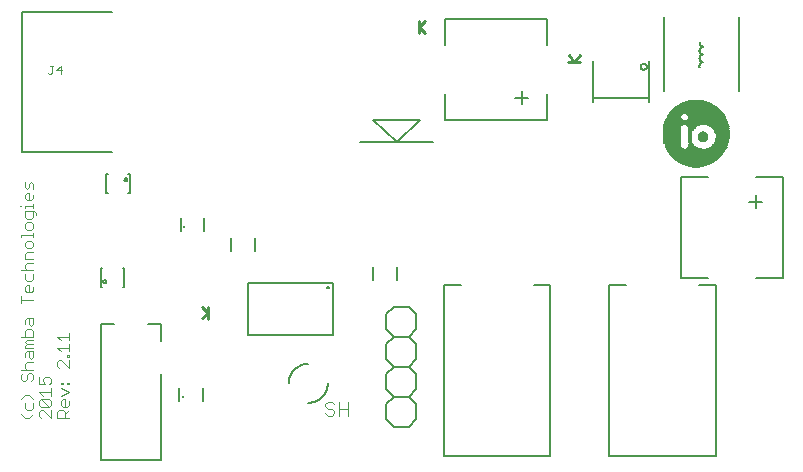
<source format=gto>
G75*
%MOIN*%
%OFA0B0*%
%FSLAX25Y25*%
%IPPOS*%
%LPD*%
%AMOC8*
5,1,8,0,0,1.08239X$1,22.5*
%
%ADD10C,0.00300*%
%ADD11R,0.02362X0.00118*%
%ADD12R,0.04016X0.00118*%
%ADD13R,0.05197X0.00118*%
%ADD14R,0.06142X0.00118*%
%ADD15R,0.06850X0.00118*%
%ADD16R,0.07559X0.00118*%
%ADD17R,0.08268X0.00118*%
%ADD18R,0.08740X0.00118*%
%ADD19R,0.09213X0.00118*%
%ADD20R,0.09685X0.00118*%
%ADD21R,0.10157X0.00118*%
%ADD22R,0.10630X0.00118*%
%ADD23R,0.11102X0.00118*%
%ADD24R,0.11575X0.00118*%
%ADD25R,0.12047X0.00118*%
%ADD26R,0.12283X0.00118*%
%ADD27R,0.12756X0.00118*%
%ADD28R,0.12992X0.00118*%
%ADD29R,0.13228X0.00118*%
%ADD30R,0.13701X0.00118*%
%ADD31R,0.13937X0.00118*%
%ADD32R,0.14173X0.00118*%
%ADD33R,0.14409X0.00118*%
%ADD34R,0.14882X0.00118*%
%ADD35R,0.15118X0.00118*%
%ADD36R,0.15354X0.00118*%
%ADD37R,0.15591X0.00118*%
%ADD38R,0.15827X0.00118*%
%ADD39R,0.16063X0.00118*%
%ADD40R,0.16299X0.00118*%
%ADD41R,0.16535X0.00118*%
%ADD42R,0.16772X0.00118*%
%ADD43R,0.17008X0.00118*%
%ADD44R,0.17244X0.00118*%
%ADD45R,0.17480X0.00118*%
%ADD46R,0.17717X0.00118*%
%ADD47R,0.17953X0.00118*%
%ADD48R,0.18189X0.00118*%
%ADD49R,0.18425X0.00118*%
%ADD50R,0.18661X0.00118*%
%ADD51R,0.18898X0.00118*%
%ADD52R,0.19134X0.00118*%
%ADD53R,0.19370X0.00118*%
%ADD54R,0.19606X0.00118*%
%ADD55R,0.19843X0.00118*%
%ADD56R,0.05669X0.00118*%
%ADD57R,0.05079X0.00118*%
%ADD58R,0.06732X0.00118*%
%ADD59R,0.05551X0.00118*%
%ADD60R,0.04370X0.00118*%
%ADD61R,0.06378X0.00118*%
%ADD62R,0.05433X0.00118*%
%ADD63R,0.03898X0.00118*%
%ADD64R,0.06024X0.00118*%
%ADD65R,0.03543X0.00118*%
%ADD66R,0.05906X0.00118*%
%ADD67R,0.05315X0.00118*%
%ADD68R,0.03189X0.00118*%
%ADD69R,0.02953X0.00118*%
%ADD70R,0.02717X0.00118*%
%ADD71R,0.02598X0.00118*%
%ADD72R,0.02244X0.00118*%
%ADD73R,0.02126X0.00118*%
%ADD74R,0.02008X0.00118*%
%ADD75R,0.01890X0.00118*%
%ADD76R,0.04961X0.00118*%
%ADD77R,0.01772X0.00118*%
%ADD78R,0.04843X0.00118*%
%ADD79R,0.01654X0.00118*%
%ADD80R,0.01535X0.00118*%
%ADD81R,0.05787X0.00118*%
%ADD82R,0.01417X0.00118*%
%ADD83R,0.01063X0.00118*%
%ADD84R,0.04724X0.00118*%
%ADD85R,0.01299X0.00118*%
%ADD86R,0.01181X0.00118*%
%ADD87R,0.02480X0.00118*%
%ADD88R,0.04606X0.00118*%
%ADD89R,0.03071X0.00118*%
%ADD90R,0.03307X0.00118*%
%ADD91R,0.03425X0.00118*%
%ADD92R,0.02835X0.00118*%
%ADD93R,0.00827X0.00118*%
%ADD94R,0.06260X0.00118*%
%ADD95R,0.06614X0.00118*%
%ADD96R,0.03661X0.00118*%
%ADD97R,0.04134X0.00118*%
%ADD98R,0.06969X0.00118*%
%ADD99R,0.06496X0.00118*%
%ADD100R,0.07323X0.00118*%
%ADD101R,0.12638X0.00118*%
%ADD102R,0.07913X0.00118*%
%ADD103R,0.21732X0.00118*%
%ADD104R,0.21496X0.00118*%
%ADD105R,0.21260X0.00118*%
%ADD106R,0.21024X0.00118*%
%ADD107R,0.20787X0.00118*%
%ADD108R,0.13583X0.00118*%
%ADD109R,0.13346X0.00118*%
%ADD110R,0.13110X0.00118*%
%ADD111R,0.12874X0.00118*%
%ADD112R,0.12520X0.00118*%
%ADD113R,0.12402X0.00118*%
%ADD114C,0.00600*%
%ADD115C,0.00500*%
%ADD116C,0.00800*%
%ADD117C,0.01181*%
%ADD118C,0.01000*%
%ADD119C,0.00400*%
D10*
X0006282Y0029933D02*
X0005048Y0031167D01*
X0006282Y0029933D02*
X0007516Y0029933D01*
X0008751Y0031167D01*
X0008134Y0032388D02*
X0008751Y0033005D01*
X0008751Y0034857D01*
X0008751Y0036071D02*
X0007516Y0037306D01*
X0006282Y0037306D01*
X0005048Y0036071D01*
X0006282Y0034857D02*
X0006282Y0033005D01*
X0006899Y0032388D01*
X0008134Y0032388D01*
X0011048Y0031784D02*
X0011048Y0030550D01*
X0011665Y0029933D01*
X0011048Y0031784D02*
X0011665Y0032402D01*
X0012282Y0032402D01*
X0014751Y0029933D01*
X0014751Y0032402D01*
X0014134Y0033616D02*
X0011665Y0036085D01*
X0014134Y0036085D01*
X0014751Y0035468D01*
X0014751Y0034233D01*
X0014134Y0033616D01*
X0011665Y0033616D01*
X0011048Y0034233D01*
X0011048Y0035468D01*
X0011665Y0036085D01*
X0012282Y0037299D02*
X0011048Y0038533D01*
X0014751Y0038533D01*
X0014751Y0037299D02*
X0014751Y0039768D01*
X0014134Y0040982D02*
X0014751Y0041599D01*
X0014751Y0042834D01*
X0014134Y0043451D01*
X0012899Y0043451D01*
X0012282Y0042834D01*
X0012282Y0042217D01*
X0012899Y0040982D01*
X0011048Y0040982D01*
X0011048Y0043451D01*
X0008751Y0044062D02*
X0008751Y0042827D01*
X0008134Y0042210D01*
X0006899Y0042827D02*
X0006899Y0044062D01*
X0007516Y0044679D01*
X0008134Y0044679D01*
X0008751Y0044062D01*
X0008751Y0045893D02*
X0005048Y0045893D01*
X0005665Y0044679D02*
X0005048Y0044062D01*
X0005048Y0042827D01*
X0005665Y0042210D01*
X0006282Y0042210D01*
X0006899Y0042827D01*
X0006899Y0045893D02*
X0006282Y0046510D01*
X0006282Y0047745D01*
X0006899Y0048362D01*
X0008751Y0048362D01*
X0008134Y0049576D02*
X0007516Y0050193D01*
X0007516Y0052045D01*
X0006899Y0052045D02*
X0008751Y0052045D01*
X0008751Y0050193D01*
X0008134Y0049576D01*
X0006282Y0050193D02*
X0006282Y0051428D01*
X0006899Y0052045D01*
X0006282Y0053259D02*
X0006282Y0053877D01*
X0006899Y0054494D01*
X0006282Y0055111D01*
X0006899Y0055728D01*
X0008751Y0055728D01*
X0008751Y0056943D02*
X0008751Y0058794D01*
X0008134Y0059411D01*
X0006899Y0059411D01*
X0006282Y0058794D01*
X0006282Y0056943D01*
X0005048Y0056943D02*
X0008751Y0056943D01*
X0008751Y0054494D02*
X0006899Y0054494D01*
X0006282Y0053259D02*
X0008751Y0053259D01*
X0017048Y0053266D02*
X0020751Y0053266D01*
X0020751Y0052032D02*
X0020751Y0054500D01*
X0020751Y0055715D02*
X0020751Y0058184D01*
X0020751Y0056949D02*
X0017048Y0056949D01*
X0018282Y0055715D01*
X0017048Y0053266D02*
X0018282Y0052032D01*
X0020134Y0050807D02*
X0020751Y0050807D01*
X0020751Y0050190D01*
X0020134Y0050190D01*
X0020134Y0050807D01*
X0020751Y0048976D02*
X0020751Y0046507D01*
X0018282Y0048976D01*
X0017665Y0048976D01*
X0017048Y0048359D01*
X0017048Y0047124D01*
X0017665Y0046507D01*
X0018282Y0041599D02*
X0018899Y0041599D01*
X0018899Y0040982D01*
X0018282Y0040982D01*
X0018282Y0041599D01*
X0018282Y0039768D02*
X0020751Y0038533D01*
X0018282Y0037299D01*
X0018899Y0036085D02*
X0019516Y0036085D01*
X0019516Y0033616D01*
X0018899Y0033616D02*
X0018282Y0034233D01*
X0018282Y0035468D01*
X0018899Y0036085D01*
X0020751Y0035468D02*
X0020751Y0034233D01*
X0020134Y0033616D01*
X0018899Y0033616D01*
X0018899Y0032402D02*
X0019516Y0031784D01*
X0019516Y0029933D01*
X0019516Y0031167D02*
X0020751Y0032402D01*
X0018899Y0032402D02*
X0017665Y0032402D01*
X0017048Y0031784D01*
X0017048Y0029933D01*
X0020751Y0029933D01*
X0020751Y0040982D02*
X0020134Y0040982D01*
X0020134Y0041599D01*
X0020751Y0041599D01*
X0020751Y0040982D01*
X0008134Y0060626D02*
X0007516Y0061243D01*
X0007516Y0063094D01*
X0006899Y0063094D02*
X0008751Y0063094D01*
X0008751Y0061243D01*
X0008134Y0060626D01*
X0006282Y0061243D02*
X0006282Y0062477D01*
X0006899Y0063094D01*
X0005048Y0067992D02*
X0005048Y0070461D01*
X0005048Y0069226D02*
X0008751Y0069226D01*
X0008134Y0071675D02*
X0006899Y0071675D01*
X0006282Y0072292D01*
X0006282Y0073527D01*
X0006899Y0074144D01*
X0007516Y0074144D01*
X0007516Y0071675D01*
X0008134Y0071675D02*
X0008751Y0072292D01*
X0008751Y0073527D01*
X0008134Y0075358D02*
X0008751Y0075975D01*
X0008751Y0077827D01*
X0008751Y0079041D02*
X0005048Y0079041D01*
X0006282Y0079659D02*
X0006282Y0080893D01*
X0006899Y0081510D01*
X0008751Y0081510D01*
X0008751Y0082725D02*
X0006282Y0082725D01*
X0006282Y0084576D01*
X0006899Y0085193D01*
X0008751Y0085193D01*
X0008134Y0086408D02*
X0008751Y0087025D01*
X0008751Y0088259D01*
X0008134Y0088876D01*
X0006899Y0088876D01*
X0006282Y0088259D01*
X0006282Y0087025D01*
X0006899Y0086408D01*
X0008134Y0086408D01*
X0008751Y0090091D02*
X0008751Y0091325D01*
X0008751Y0090708D02*
X0005048Y0090708D01*
X0005048Y0090091D01*
X0006899Y0092546D02*
X0008134Y0092546D01*
X0008751Y0093163D01*
X0008751Y0094398D01*
X0008134Y0095015D01*
X0006899Y0095015D01*
X0006282Y0094398D01*
X0006282Y0093163D01*
X0006899Y0092546D01*
X0006899Y0096229D02*
X0008134Y0096229D01*
X0008751Y0096847D01*
X0008751Y0098698D01*
X0009368Y0098698D02*
X0006282Y0098698D01*
X0006282Y0096847D01*
X0006899Y0096229D01*
X0009985Y0097464D02*
X0009985Y0098081D01*
X0009368Y0098698D01*
X0008751Y0099913D02*
X0008751Y0101147D01*
X0008751Y0100530D02*
X0006282Y0100530D01*
X0006282Y0099913D01*
X0005048Y0100530D02*
X0004430Y0100530D01*
X0006282Y0102985D02*
X0006282Y0104220D01*
X0006899Y0104837D01*
X0007516Y0104837D01*
X0007516Y0102368D01*
X0006899Y0102368D02*
X0006282Y0102985D01*
X0006899Y0102368D02*
X0008134Y0102368D01*
X0008751Y0102985D01*
X0008751Y0104220D01*
X0008751Y0106051D02*
X0008751Y0107903D01*
X0008134Y0108520D01*
X0007516Y0107903D01*
X0007516Y0106668D01*
X0006899Y0106051D01*
X0006282Y0106668D01*
X0006282Y0108520D01*
X0006282Y0079659D02*
X0006899Y0079041D01*
X0006282Y0077827D02*
X0006282Y0075975D01*
X0006899Y0075358D01*
X0008134Y0075358D01*
X0014251Y0144382D02*
X0014735Y0144382D01*
X0015219Y0144865D01*
X0015219Y0147284D01*
X0015702Y0147284D02*
X0014735Y0147284D01*
X0016714Y0145833D02*
X0018649Y0145833D01*
X0018165Y0147284D02*
X0016714Y0145833D01*
X0018165Y0144382D02*
X0018165Y0147284D01*
X0014251Y0144382D02*
X0013767Y0144865D01*
D11*
X0228440Y0126279D03*
X0228440Y0120255D03*
X0229976Y0113287D03*
X0229976Y0135610D03*
D12*
X0229976Y0135491D03*
X0229976Y0113405D03*
D13*
X0229976Y0113523D03*
X0237889Y0120491D03*
X0238598Y0125098D03*
X0238598Y0125216D03*
X0222535Y0129350D03*
X0229976Y0135373D03*
D14*
X0229976Y0135255D03*
X0222062Y0126869D03*
X0222062Y0126751D03*
X0221944Y0126397D03*
X0221944Y0126279D03*
X0221826Y0125570D03*
X0221826Y0125452D03*
X0221826Y0125334D03*
X0221826Y0125216D03*
X0221826Y0125098D03*
X0221826Y0124980D03*
X0221826Y0124862D03*
X0221826Y0124743D03*
X0221826Y0124625D03*
X0221826Y0124507D03*
X0221826Y0124389D03*
X0221826Y0124271D03*
X0221826Y0124153D03*
X0221826Y0124035D03*
X0221826Y0123917D03*
X0221826Y0123799D03*
X0221826Y0123680D03*
X0221826Y0123562D03*
X0221826Y0123444D03*
X0221826Y0123326D03*
X0229976Y0113641D03*
D15*
X0229976Y0113759D03*
X0237535Y0126988D03*
X0229976Y0135137D03*
D16*
X0229976Y0135019D03*
X0229976Y0113877D03*
D17*
X0229976Y0113995D03*
X0229976Y0134901D03*
D18*
X0229976Y0134783D03*
X0229976Y0114114D03*
D19*
X0229976Y0114232D03*
X0229976Y0134665D03*
D20*
X0229976Y0134547D03*
X0229976Y0114350D03*
D21*
X0229976Y0114468D03*
X0229976Y0134428D03*
D22*
X0229976Y0134310D03*
X0229976Y0114586D03*
D23*
X0229976Y0114704D03*
X0229976Y0134192D03*
D24*
X0229976Y0134074D03*
X0229976Y0114822D03*
D25*
X0229976Y0114940D03*
X0229976Y0133956D03*
D26*
X0229976Y0133838D03*
X0233165Y0130649D03*
X0233283Y0130531D03*
X0233401Y0130295D03*
X0229976Y0115058D03*
D27*
X0229976Y0115177D03*
X0233637Y0129468D03*
X0229976Y0133720D03*
D28*
X0229976Y0133602D03*
X0233637Y0129232D03*
X0229976Y0115295D03*
D29*
X0229976Y0115413D03*
X0229976Y0133484D03*
D30*
X0229976Y0133365D03*
X0229976Y0115531D03*
D31*
X0229976Y0115649D03*
X0233401Y0128759D03*
X0229976Y0133247D03*
D32*
X0229976Y0133129D03*
X0229976Y0115767D03*
D33*
X0229976Y0115885D03*
X0229976Y0133011D03*
D34*
X0229976Y0132893D03*
X0229976Y0116003D03*
D35*
X0229976Y0116121D03*
X0229976Y0132775D03*
D36*
X0229976Y0132657D03*
X0229976Y0116239D03*
D37*
X0229976Y0116358D03*
X0229976Y0132539D03*
D38*
X0229976Y0132421D03*
X0229976Y0116476D03*
D39*
X0229976Y0116594D03*
X0229976Y0132302D03*
D40*
X0229976Y0132184D03*
X0229976Y0116712D03*
D41*
X0229976Y0116830D03*
X0229976Y0132066D03*
D42*
X0229976Y0131948D03*
X0229976Y0116948D03*
D43*
X0229976Y0117066D03*
X0229976Y0117184D03*
X0229976Y0131712D03*
X0229976Y0131830D03*
D44*
X0229976Y0131594D03*
X0229976Y0117302D03*
D45*
X0229976Y0117421D03*
X0229976Y0131476D03*
D46*
X0229976Y0131358D03*
X0229976Y0117539D03*
D47*
X0229976Y0117657D03*
X0229976Y0117775D03*
X0229976Y0131121D03*
X0229976Y0131239D03*
D48*
X0229976Y0117893D03*
D49*
X0229976Y0118011D03*
D50*
X0229976Y0118129D03*
X0229976Y0118247D03*
D51*
X0229976Y0118365D03*
D52*
X0229976Y0118484D03*
X0229976Y0118602D03*
D53*
X0229976Y0118720D03*
X0229976Y0118838D03*
D54*
X0229976Y0118956D03*
X0229976Y0119074D03*
D55*
X0229976Y0119192D03*
D56*
X0237298Y0119783D03*
X0237417Y0119901D03*
X0238243Y0126043D03*
X0222535Y0128995D03*
X0222062Y0121318D03*
X0222062Y0121200D03*
X0222062Y0121082D03*
X0222889Y0119310D03*
D57*
X0229090Y0119310D03*
X0237948Y0120610D03*
X0238066Y0120728D03*
X0238657Y0124862D03*
X0238657Y0124980D03*
X0222476Y0129468D03*
D58*
X0236531Y0119310D03*
D59*
X0222712Y0119428D03*
X0222121Y0120728D03*
X0222121Y0120846D03*
X0222121Y0120964D03*
X0238302Y0125925D03*
D60*
X0228972Y0119428D03*
D61*
X0236826Y0119428D03*
X0237771Y0126751D03*
X0222298Y0127106D03*
D62*
X0222535Y0129114D03*
X0238361Y0125806D03*
X0238361Y0125688D03*
X0238480Y0125570D03*
X0237653Y0120137D03*
X0237535Y0120019D03*
X0222653Y0119547D03*
X0222535Y0119665D03*
X0222298Y0120137D03*
X0222298Y0120255D03*
X0222180Y0120373D03*
X0222180Y0120491D03*
X0222180Y0120610D03*
D63*
X0228854Y0119547D03*
D64*
X0237003Y0119547D03*
X0221885Y0122499D03*
X0221885Y0122617D03*
X0221885Y0122736D03*
X0221885Y0122854D03*
X0221885Y0122972D03*
X0221885Y0123090D03*
X0221885Y0123208D03*
X0221885Y0125688D03*
X0221885Y0125806D03*
X0221885Y0125925D03*
X0221885Y0126043D03*
X0221885Y0126161D03*
X0222003Y0126515D03*
X0222003Y0126633D03*
X0237948Y0126515D03*
X0238066Y0126397D03*
D65*
X0228794Y0119665D03*
D66*
X0237180Y0119665D03*
X0221944Y0121909D03*
X0221944Y0122027D03*
X0221944Y0122145D03*
X0221944Y0122263D03*
X0221944Y0122381D03*
X0238125Y0126279D03*
D67*
X0238539Y0125452D03*
X0238539Y0125334D03*
X0237830Y0120373D03*
X0237712Y0120255D03*
X0222476Y0119783D03*
X0222357Y0119901D03*
X0222357Y0120019D03*
X0222476Y0129232D03*
D68*
X0232397Y0124035D03*
X0232397Y0123917D03*
X0232397Y0122736D03*
X0232397Y0122617D03*
X0228735Y0119783D03*
D69*
X0228617Y0119901D03*
X0232397Y0122381D03*
X0232397Y0124153D03*
D70*
X0232397Y0124389D03*
X0232397Y0122263D03*
X0228617Y0120019D03*
D71*
X0228558Y0120137D03*
X0228558Y0126515D03*
D72*
X0228381Y0126161D03*
X0232397Y0124625D03*
X0232397Y0122027D03*
X0228381Y0120373D03*
D73*
X0228322Y0120491D03*
X0228322Y0126043D03*
D74*
X0228263Y0125925D03*
X0232397Y0121909D03*
X0228263Y0120728D03*
X0228263Y0120610D03*
D75*
X0228204Y0120846D03*
X0228204Y0125806D03*
X0232338Y0124743D03*
D76*
X0238716Y0124743D03*
X0238716Y0124625D03*
X0238716Y0124507D03*
X0238243Y0121082D03*
X0238125Y0120846D03*
X0222535Y0129586D03*
X0222535Y0129704D03*
D77*
X0228145Y0125688D03*
X0228145Y0125570D03*
X0228145Y0120964D03*
D78*
X0238184Y0120964D03*
X0238302Y0121200D03*
X0238302Y0121318D03*
X0238420Y0121436D03*
X0238420Y0121554D03*
X0238775Y0123917D03*
X0238775Y0124035D03*
X0238775Y0124153D03*
X0238775Y0124271D03*
X0238775Y0124389D03*
X0223302Y0131003D03*
X0222594Y0129822D03*
D79*
X0228086Y0125452D03*
X0228086Y0121200D03*
X0228086Y0121082D03*
X0232338Y0121791D03*
D80*
X0228027Y0121436D03*
X0228027Y0121318D03*
X0228027Y0125216D03*
X0228027Y0125334D03*
X0232397Y0124862D03*
D81*
X0238184Y0126161D03*
X0222594Y0128877D03*
X0222003Y0121791D03*
X0222003Y0121673D03*
X0222003Y0121554D03*
X0222003Y0121436D03*
D82*
X0227968Y0121554D03*
X0227968Y0121673D03*
X0227968Y0124980D03*
X0227968Y0125098D03*
D83*
X0227791Y0124035D03*
X0227791Y0123917D03*
X0227791Y0123799D03*
X0227791Y0123680D03*
X0227791Y0123562D03*
X0227791Y0123444D03*
X0227791Y0123326D03*
X0227791Y0123208D03*
X0227791Y0123090D03*
X0227791Y0122972D03*
X0227791Y0122854D03*
X0227791Y0122736D03*
X0227791Y0122617D03*
X0232397Y0121673D03*
D84*
X0238480Y0121673D03*
X0238480Y0121791D03*
X0238598Y0121909D03*
X0238598Y0122027D03*
X0238598Y0122145D03*
X0238716Y0122499D03*
X0238716Y0122617D03*
X0238716Y0122736D03*
X0238834Y0123326D03*
X0238834Y0123444D03*
X0238834Y0123562D03*
X0238834Y0123680D03*
X0238834Y0123799D03*
X0223125Y0130885D03*
X0223007Y0130767D03*
X0222653Y0130177D03*
X0222653Y0130058D03*
X0222535Y0129940D03*
D85*
X0227909Y0124862D03*
X0227909Y0124743D03*
X0227909Y0124625D03*
X0227909Y0122027D03*
X0227909Y0121909D03*
X0227909Y0121791D03*
D86*
X0227850Y0122145D03*
X0227850Y0122263D03*
X0227850Y0122381D03*
X0227850Y0122499D03*
X0227850Y0124153D03*
X0227850Y0124271D03*
X0227850Y0124389D03*
X0227850Y0124507D03*
D87*
X0228499Y0126397D03*
X0232397Y0124507D03*
X0232397Y0122145D03*
D88*
X0228854Y0127224D03*
X0222948Y0130649D03*
X0222830Y0130531D03*
X0222712Y0130413D03*
X0222712Y0130295D03*
X0238775Y0123208D03*
X0238775Y0123090D03*
X0238775Y0122972D03*
X0238775Y0122854D03*
X0238657Y0122381D03*
X0238657Y0122263D03*
D89*
X0232338Y0122499D03*
X0228676Y0126751D03*
D90*
X0228676Y0126869D03*
X0232338Y0123799D03*
X0232338Y0122854D03*
D91*
X0232397Y0122972D03*
X0232397Y0123090D03*
X0232397Y0123208D03*
X0232397Y0123326D03*
X0232397Y0123444D03*
X0232397Y0123562D03*
X0232397Y0123680D03*
D92*
X0232338Y0124271D03*
X0228558Y0126633D03*
D93*
X0232397Y0124980D03*
D94*
X0237830Y0126633D03*
X0222712Y0128759D03*
X0222121Y0126988D03*
D95*
X0237653Y0126869D03*
D96*
X0228735Y0126988D03*
D97*
X0228854Y0127106D03*
D98*
X0237357Y0127106D03*
D99*
X0222357Y0127224D03*
D100*
X0237180Y0127224D03*
D101*
X0233578Y0129586D03*
X0233578Y0129704D03*
X0225428Y0127342D03*
D102*
X0236885Y0127342D03*
D103*
X0229976Y0127460D03*
D104*
X0229976Y0127578D03*
X0229976Y0127696D03*
X0229976Y0127814D03*
D105*
X0229976Y0127932D03*
X0229976Y0128051D03*
X0229976Y0128169D03*
D106*
X0229976Y0128287D03*
X0229976Y0128405D03*
X0229976Y0128523D03*
D107*
X0229976Y0128641D03*
D108*
X0233460Y0128877D03*
D109*
X0233578Y0128995D03*
D110*
X0233578Y0129114D03*
D111*
X0233578Y0129350D03*
D112*
X0233519Y0129822D03*
X0233519Y0129940D03*
X0232810Y0131003D03*
D113*
X0232987Y0130885D03*
X0233106Y0130767D03*
X0233342Y0130413D03*
X0233460Y0130177D03*
X0233460Y0130058D03*
D114*
X0173949Y0136562D02*
X0169678Y0136562D01*
X0171813Y0134427D02*
X0171813Y0138697D01*
X0249751Y0104096D02*
X0249751Y0099826D01*
X0247616Y0101961D02*
X0251886Y0101961D01*
X0136629Y0064310D02*
X0136629Y0059310D01*
X0134129Y0056810D01*
X0136629Y0054310D01*
X0136629Y0049310D01*
X0134129Y0046810D01*
X0136629Y0044310D01*
X0136629Y0039310D01*
X0134129Y0036810D01*
X0136629Y0034310D01*
X0136629Y0029310D01*
X0134129Y0026810D01*
X0129129Y0026810D01*
X0126629Y0029310D01*
X0126629Y0034310D01*
X0129129Y0036810D01*
X0126629Y0039310D01*
X0126629Y0044310D01*
X0129129Y0046810D01*
X0134129Y0046810D01*
X0129129Y0046810D02*
X0126629Y0049310D01*
X0126629Y0054310D01*
X0129129Y0056810D01*
X0126629Y0059310D01*
X0126629Y0064310D01*
X0129129Y0066810D01*
X0134129Y0066810D01*
X0136629Y0064310D01*
X0134129Y0056810D02*
X0129129Y0056810D01*
X0100625Y0047897D02*
X0100465Y0047895D01*
X0100306Y0047889D01*
X0100147Y0047879D01*
X0099988Y0047866D01*
X0099829Y0047848D01*
X0099671Y0047827D01*
X0099514Y0047801D01*
X0099357Y0047772D01*
X0099201Y0047739D01*
X0099046Y0047702D01*
X0098891Y0047662D01*
X0098738Y0047617D01*
X0098586Y0047569D01*
X0098435Y0047517D01*
X0098286Y0047461D01*
X0098138Y0047402D01*
X0097991Y0047339D01*
X0097846Y0047273D01*
X0097703Y0047203D01*
X0097561Y0047129D01*
X0097421Y0047053D01*
X0097283Y0046972D01*
X0097148Y0046889D01*
X0097014Y0046802D01*
X0096882Y0046711D01*
X0096753Y0046618D01*
X0096626Y0046521D01*
X0096501Y0046422D01*
X0096379Y0046319D01*
X0096260Y0046213D01*
X0096143Y0046105D01*
X0096029Y0045993D01*
X0095917Y0045879D01*
X0095809Y0045762D01*
X0095703Y0045643D01*
X0095600Y0045521D01*
X0095501Y0045396D01*
X0095404Y0045269D01*
X0095311Y0045140D01*
X0095220Y0045008D01*
X0095133Y0044874D01*
X0095050Y0044739D01*
X0094969Y0044601D01*
X0094893Y0044461D01*
X0094819Y0044319D01*
X0094749Y0044176D01*
X0094683Y0044031D01*
X0094620Y0043884D01*
X0094561Y0043736D01*
X0094505Y0043587D01*
X0094453Y0043436D01*
X0094405Y0043284D01*
X0094360Y0043131D01*
X0094320Y0042976D01*
X0094283Y0042821D01*
X0094250Y0042665D01*
X0094221Y0042508D01*
X0094195Y0042351D01*
X0094174Y0042193D01*
X0094156Y0042034D01*
X0094143Y0041875D01*
X0094133Y0041716D01*
X0094127Y0041557D01*
X0094125Y0041397D01*
X0100625Y0034897D02*
X0100785Y0034899D01*
X0100944Y0034905D01*
X0101103Y0034915D01*
X0101262Y0034928D01*
X0101421Y0034946D01*
X0101579Y0034967D01*
X0101736Y0034993D01*
X0101893Y0035022D01*
X0102049Y0035055D01*
X0102204Y0035092D01*
X0102359Y0035132D01*
X0102512Y0035177D01*
X0102664Y0035225D01*
X0102815Y0035277D01*
X0102964Y0035333D01*
X0103112Y0035392D01*
X0103259Y0035455D01*
X0103404Y0035521D01*
X0103547Y0035591D01*
X0103689Y0035665D01*
X0103829Y0035741D01*
X0103967Y0035822D01*
X0104102Y0035905D01*
X0104236Y0035992D01*
X0104368Y0036083D01*
X0104497Y0036176D01*
X0104624Y0036273D01*
X0104749Y0036372D01*
X0104871Y0036475D01*
X0104990Y0036581D01*
X0105107Y0036689D01*
X0105221Y0036801D01*
X0105333Y0036915D01*
X0105441Y0037032D01*
X0105547Y0037151D01*
X0105650Y0037273D01*
X0105749Y0037398D01*
X0105846Y0037525D01*
X0105939Y0037654D01*
X0106030Y0037786D01*
X0106117Y0037920D01*
X0106200Y0038055D01*
X0106281Y0038193D01*
X0106357Y0038333D01*
X0106431Y0038475D01*
X0106501Y0038618D01*
X0106567Y0038763D01*
X0106630Y0038910D01*
X0106689Y0039058D01*
X0106745Y0039207D01*
X0106797Y0039358D01*
X0106845Y0039510D01*
X0106890Y0039663D01*
X0106930Y0039818D01*
X0106967Y0039973D01*
X0107000Y0040129D01*
X0107029Y0040286D01*
X0107055Y0040443D01*
X0107076Y0040601D01*
X0107094Y0040760D01*
X0107107Y0040919D01*
X0107117Y0041078D01*
X0107123Y0041237D01*
X0107125Y0041397D01*
X0129129Y0036810D02*
X0134129Y0036810D01*
D115*
X0031728Y0015806D02*
X0031728Y0061082D01*
X0036058Y0061082D01*
X0047082Y0061082D02*
X0051413Y0061082D01*
X0051413Y0055570D01*
X0051413Y0044547D02*
X0051413Y0015806D01*
X0031728Y0015806D01*
X0080645Y0057342D02*
X0080645Y0074665D01*
X0108794Y0074665D01*
X0108794Y0057342D01*
X0080645Y0057342D01*
X0107023Y0073287D02*
X0107025Y0073314D01*
X0107031Y0073341D01*
X0107040Y0073367D01*
X0107053Y0073391D01*
X0107069Y0073414D01*
X0107088Y0073433D01*
X0107110Y0073450D01*
X0107134Y0073464D01*
X0107159Y0073474D01*
X0107186Y0073481D01*
X0107213Y0073484D01*
X0107241Y0073483D01*
X0107268Y0073478D01*
X0107294Y0073470D01*
X0107318Y0073458D01*
X0107341Y0073442D01*
X0107362Y0073424D01*
X0107379Y0073403D01*
X0107394Y0073379D01*
X0107405Y0073354D01*
X0107413Y0073328D01*
X0107417Y0073301D01*
X0107417Y0073273D01*
X0107413Y0073246D01*
X0107405Y0073220D01*
X0107394Y0073195D01*
X0107379Y0073171D01*
X0107362Y0073150D01*
X0107341Y0073132D01*
X0107319Y0073116D01*
X0107294Y0073104D01*
X0107268Y0073096D01*
X0107241Y0073091D01*
X0107213Y0073090D01*
X0107186Y0073093D01*
X0107159Y0073100D01*
X0107134Y0073110D01*
X0107110Y0073124D01*
X0107088Y0073141D01*
X0107069Y0073160D01*
X0107053Y0073183D01*
X0107040Y0073207D01*
X0107031Y0073233D01*
X0107025Y0073260D01*
X0107023Y0073287D01*
X0122279Y0075649D02*
X0122279Y0079980D01*
X0130153Y0079980D02*
X0130153Y0075649D01*
X0145901Y0074074D02*
X0151413Y0074074D01*
X0145901Y0074074D02*
X0145901Y0016988D01*
X0181334Y0016988D01*
X0181334Y0074074D01*
X0175822Y0074074D01*
X0201019Y0074074D02*
X0206531Y0074074D01*
X0201019Y0074074D02*
X0201019Y0016988D01*
X0236452Y0016988D01*
X0236452Y0074074D01*
X0230940Y0074074D01*
X0233893Y0076436D02*
X0225035Y0076436D01*
X0225035Y0110295D01*
X0233893Y0110295D01*
X0250035Y0110295D02*
X0258893Y0110295D01*
X0258893Y0076436D01*
X0250035Y0076436D01*
X0142357Y0121909D02*
X0130153Y0121909D01*
X0122279Y0128995D01*
X0138027Y0128995D01*
X0130153Y0121909D01*
X0117948Y0121909D01*
X0146294Y0128995D02*
X0146294Y0137854D01*
X0146294Y0128995D02*
X0180153Y0128995D01*
X0180153Y0137854D01*
X0211456Y0146948D02*
X0211458Y0147011D01*
X0211464Y0147073D01*
X0211474Y0147135D01*
X0211487Y0147197D01*
X0211505Y0147257D01*
X0211526Y0147316D01*
X0211551Y0147374D01*
X0211580Y0147430D01*
X0211612Y0147484D01*
X0211647Y0147536D01*
X0211685Y0147585D01*
X0211727Y0147633D01*
X0211771Y0147677D01*
X0211819Y0147719D01*
X0211868Y0147757D01*
X0211920Y0147792D01*
X0211974Y0147824D01*
X0212030Y0147853D01*
X0212088Y0147878D01*
X0212147Y0147899D01*
X0212207Y0147917D01*
X0212269Y0147930D01*
X0212331Y0147940D01*
X0212393Y0147946D01*
X0212456Y0147948D01*
X0212519Y0147946D01*
X0212581Y0147940D01*
X0212643Y0147930D01*
X0212705Y0147917D01*
X0212765Y0147899D01*
X0212824Y0147878D01*
X0212882Y0147853D01*
X0212938Y0147824D01*
X0212992Y0147792D01*
X0213044Y0147757D01*
X0213093Y0147719D01*
X0213141Y0147677D01*
X0213185Y0147633D01*
X0213227Y0147585D01*
X0213265Y0147536D01*
X0213300Y0147484D01*
X0213332Y0147430D01*
X0213361Y0147374D01*
X0213386Y0147316D01*
X0213407Y0147257D01*
X0213425Y0147197D01*
X0213438Y0147135D01*
X0213448Y0147073D01*
X0213454Y0147011D01*
X0213456Y0146948D01*
X0213454Y0146885D01*
X0213448Y0146823D01*
X0213438Y0146761D01*
X0213425Y0146699D01*
X0213407Y0146639D01*
X0213386Y0146580D01*
X0213361Y0146522D01*
X0213332Y0146466D01*
X0213300Y0146412D01*
X0213265Y0146360D01*
X0213227Y0146311D01*
X0213185Y0146263D01*
X0213141Y0146219D01*
X0213093Y0146177D01*
X0213044Y0146139D01*
X0212992Y0146104D01*
X0212938Y0146072D01*
X0212882Y0146043D01*
X0212824Y0146018D01*
X0212765Y0145997D01*
X0212705Y0145979D01*
X0212643Y0145966D01*
X0212581Y0145956D01*
X0212519Y0145950D01*
X0212456Y0145948D01*
X0212393Y0145950D01*
X0212331Y0145956D01*
X0212269Y0145966D01*
X0212207Y0145979D01*
X0212147Y0145997D01*
X0212088Y0146018D01*
X0212030Y0146043D01*
X0211974Y0146072D01*
X0211920Y0146104D01*
X0211868Y0146139D01*
X0211819Y0146177D01*
X0211771Y0146219D01*
X0211727Y0146263D01*
X0211685Y0146311D01*
X0211647Y0146360D01*
X0211612Y0146412D01*
X0211580Y0146466D01*
X0211551Y0146522D01*
X0211526Y0146580D01*
X0211505Y0146639D01*
X0211487Y0146699D01*
X0211474Y0146761D01*
X0211464Y0146823D01*
X0211458Y0146885D01*
X0211456Y0146948D01*
X0219326Y0138641D02*
X0219326Y0163444D01*
X0231138Y0154980D02*
X0231131Y0154912D01*
X0231129Y0154844D01*
X0231130Y0154776D01*
X0231135Y0154708D01*
X0231144Y0154641D01*
X0231157Y0154574D01*
X0231173Y0154508D01*
X0231193Y0154443D01*
X0231216Y0154379D01*
X0231243Y0154317D01*
X0231273Y0154256D01*
X0231306Y0154197D01*
X0231343Y0154139D01*
X0231383Y0154084D01*
X0231426Y0154032D01*
X0231471Y0153981D01*
X0231520Y0153933D01*
X0231571Y0153888D01*
X0231624Y0153846D01*
X0231680Y0153807D01*
X0231737Y0153771D01*
X0231797Y0153738D01*
X0231858Y0153709D01*
X0231921Y0153683D01*
X0231985Y0153660D01*
X0232050Y0153641D01*
X0232116Y0153626D01*
X0232183Y0153614D01*
X0232251Y0153606D01*
X0232319Y0153602D01*
X0232318Y0153543D02*
X0232249Y0153541D01*
X0232180Y0153535D01*
X0232112Y0153526D01*
X0232045Y0153513D01*
X0231978Y0153496D01*
X0231912Y0153475D01*
X0231848Y0153451D01*
X0231785Y0153423D01*
X0231723Y0153392D01*
X0231663Y0153358D01*
X0231606Y0153320D01*
X0231550Y0153279D01*
X0231497Y0153236D01*
X0231446Y0153189D01*
X0231398Y0153140D01*
X0231353Y0153088D01*
X0231311Y0153033D01*
X0231272Y0152977D01*
X0231235Y0152918D01*
X0231203Y0152857D01*
X0231173Y0152795D01*
X0231147Y0152731D01*
X0231125Y0152666D01*
X0231106Y0152600D01*
X0231091Y0152533D01*
X0231080Y0152465D01*
X0231072Y0152396D01*
X0231068Y0152327D01*
X0231068Y0152259D01*
X0231072Y0152190D01*
X0231080Y0152121D01*
X0231091Y0152053D01*
X0231106Y0151986D01*
X0231125Y0151920D01*
X0231147Y0151855D01*
X0231173Y0151791D01*
X0231203Y0151729D01*
X0231235Y0151668D01*
X0231272Y0151609D01*
X0231311Y0151553D01*
X0231353Y0151498D01*
X0231398Y0151446D01*
X0231446Y0151397D01*
X0231497Y0151350D01*
X0231550Y0151307D01*
X0231606Y0151266D01*
X0231663Y0151228D01*
X0231723Y0151194D01*
X0231785Y0151163D01*
X0231848Y0151135D01*
X0231912Y0151111D01*
X0231978Y0151090D01*
X0232045Y0151073D01*
X0232112Y0151060D01*
X0232180Y0151051D01*
X0232249Y0151045D01*
X0232318Y0151043D01*
X0232249Y0151041D01*
X0232180Y0151035D01*
X0232112Y0151026D01*
X0232045Y0151013D01*
X0231978Y0150996D01*
X0231912Y0150975D01*
X0231848Y0150951D01*
X0231785Y0150923D01*
X0231723Y0150892D01*
X0231663Y0150858D01*
X0231606Y0150820D01*
X0231550Y0150779D01*
X0231497Y0150736D01*
X0231446Y0150689D01*
X0231398Y0150640D01*
X0231353Y0150588D01*
X0231311Y0150533D01*
X0231272Y0150477D01*
X0231235Y0150418D01*
X0231203Y0150357D01*
X0231173Y0150295D01*
X0231147Y0150231D01*
X0231125Y0150166D01*
X0231106Y0150100D01*
X0231091Y0150033D01*
X0231080Y0149965D01*
X0231072Y0149896D01*
X0231068Y0149827D01*
X0231068Y0149759D01*
X0231072Y0149690D01*
X0231080Y0149621D01*
X0231091Y0149553D01*
X0231106Y0149486D01*
X0231125Y0149420D01*
X0231147Y0149355D01*
X0231173Y0149291D01*
X0231203Y0149229D01*
X0231235Y0149168D01*
X0231272Y0149109D01*
X0231311Y0149053D01*
X0231353Y0148998D01*
X0231398Y0148946D01*
X0231446Y0148897D01*
X0231497Y0148850D01*
X0231550Y0148807D01*
X0231606Y0148766D01*
X0231663Y0148728D01*
X0231723Y0148694D01*
X0231785Y0148663D01*
X0231848Y0148635D01*
X0231912Y0148611D01*
X0231978Y0148590D01*
X0232045Y0148573D01*
X0232112Y0148560D01*
X0232180Y0148551D01*
X0232249Y0148545D01*
X0232318Y0148543D01*
X0232318Y0148484D02*
X0232248Y0148482D01*
X0232179Y0148476D01*
X0232109Y0148467D01*
X0232041Y0148454D01*
X0231973Y0148437D01*
X0231906Y0148416D01*
X0231841Y0148392D01*
X0231777Y0148364D01*
X0231714Y0148333D01*
X0231653Y0148298D01*
X0231595Y0148260D01*
X0231538Y0148219D01*
X0231484Y0148175D01*
X0231432Y0148128D01*
X0231383Y0148078D01*
X0231337Y0148026D01*
X0231293Y0147971D01*
X0231253Y0147914D01*
X0231216Y0147855D01*
X0231182Y0147794D01*
X0231151Y0147731D01*
X0231124Y0147666D01*
X0231101Y0147601D01*
X0231081Y0147534D01*
X0231065Y0147466D01*
X0231053Y0147397D01*
X0231044Y0147327D01*
X0231039Y0147258D01*
X0231038Y0147188D01*
X0231041Y0147118D01*
X0231047Y0147048D01*
X0231058Y0146979D01*
X0231072Y0146911D01*
X0231090Y0146843D01*
X0231111Y0146777D01*
X0231136Y0146712D01*
X0244129Y0138641D02*
X0244129Y0163444D01*
X0180153Y0162854D02*
X0180153Y0153995D01*
X0180153Y0162854D02*
X0146294Y0162854D01*
X0146294Y0153995D01*
X0035074Y0165216D02*
X0005153Y0165216D01*
X0005153Y0118365D01*
X0035074Y0118365D01*
X0033794Y0111082D02*
X0033302Y0111082D01*
X0033302Y0104783D01*
X0033794Y0104783D01*
X0040684Y0104783D02*
X0041176Y0104783D01*
X0041176Y0111082D01*
X0040684Y0111082D01*
X0039405Y0109212D02*
X0039407Y0109256D01*
X0039413Y0109300D01*
X0039423Y0109343D01*
X0039436Y0109385D01*
X0039454Y0109425D01*
X0039475Y0109464D01*
X0039499Y0109501D01*
X0039526Y0109536D01*
X0039557Y0109568D01*
X0039590Y0109597D01*
X0039626Y0109623D01*
X0039664Y0109645D01*
X0039704Y0109664D01*
X0039745Y0109680D01*
X0039788Y0109692D01*
X0039831Y0109700D01*
X0039875Y0109704D01*
X0039919Y0109704D01*
X0039963Y0109700D01*
X0040006Y0109692D01*
X0040049Y0109680D01*
X0040090Y0109664D01*
X0040130Y0109645D01*
X0040168Y0109623D01*
X0040204Y0109597D01*
X0040237Y0109568D01*
X0040268Y0109536D01*
X0040295Y0109501D01*
X0040319Y0109464D01*
X0040340Y0109425D01*
X0040358Y0109385D01*
X0040371Y0109343D01*
X0040381Y0109300D01*
X0040387Y0109256D01*
X0040389Y0109212D01*
X0040387Y0109168D01*
X0040381Y0109124D01*
X0040371Y0109081D01*
X0040358Y0109039D01*
X0040340Y0108999D01*
X0040319Y0108960D01*
X0040295Y0108923D01*
X0040268Y0108888D01*
X0040237Y0108856D01*
X0040204Y0108827D01*
X0040168Y0108801D01*
X0040130Y0108779D01*
X0040090Y0108760D01*
X0040049Y0108744D01*
X0040006Y0108732D01*
X0039963Y0108724D01*
X0039919Y0108720D01*
X0039875Y0108720D01*
X0039831Y0108724D01*
X0039788Y0108732D01*
X0039745Y0108744D01*
X0039704Y0108760D01*
X0039664Y0108779D01*
X0039626Y0108801D01*
X0039590Y0108827D01*
X0039557Y0108856D01*
X0039526Y0108888D01*
X0039499Y0108923D01*
X0039475Y0108960D01*
X0039454Y0108999D01*
X0039436Y0109039D01*
X0039423Y0109081D01*
X0039413Y0109124D01*
X0039407Y0109168D01*
X0039405Y0109212D01*
X0039405Y0079783D02*
X0038913Y0079783D01*
X0039405Y0079783D02*
X0039405Y0073484D01*
X0038913Y0073484D01*
X0032318Y0075354D02*
X0032320Y0075398D01*
X0032326Y0075442D01*
X0032336Y0075485D01*
X0032349Y0075527D01*
X0032367Y0075567D01*
X0032388Y0075606D01*
X0032412Y0075643D01*
X0032439Y0075678D01*
X0032470Y0075710D01*
X0032503Y0075739D01*
X0032539Y0075765D01*
X0032577Y0075787D01*
X0032617Y0075806D01*
X0032658Y0075822D01*
X0032701Y0075834D01*
X0032744Y0075842D01*
X0032788Y0075846D01*
X0032832Y0075846D01*
X0032876Y0075842D01*
X0032919Y0075834D01*
X0032962Y0075822D01*
X0033003Y0075806D01*
X0033043Y0075787D01*
X0033081Y0075765D01*
X0033117Y0075739D01*
X0033150Y0075710D01*
X0033181Y0075678D01*
X0033208Y0075643D01*
X0033232Y0075606D01*
X0033253Y0075567D01*
X0033271Y0075527D01*
X0033284Y0075485D01*
X0033294Y0075442D01*
X0033300Y0075398D01*
X0033302Y0075354D01*
X0033300Y0075310D01*
X0033294Y0075266D01*
X0033284Y0075223D01*
X0033271Y0075181D01*
X0033253Y0075141D01*
X0033232Y0075102D01*
X0033208Y0075065D01*
X0033181Y0075030D01*
X0033150Y0074998D01*
X0033117Y0074969D01*
X0033081Y0074943D01*
X0033043Y0074921D01*
X0033003Y0074902D01*
X0032962Y0074886D01*
X0032919Y0074874D01*
X0032876Y0074866D01*
X0032832Y0074862D01*
X0032788Y0074862D01*
X0032744Y0074866D01*
X0032701Y0074874D01*
X0032658Y0074886D01*
X0032617Y0074902D01*
X0032577Y0074921D01*
X0032539Y0074943D01*
X0032503Y0074969D01*
X0032470Y0074998D01*
X0032439Y0075030D01*
X0032412Y0075065D01*
X0032388Y0075102D01*
X0032367Y0075141D01*
X0032349Y0075181D01*
X0032336Y0075223D01*
X0032326Y0075266D01*
X0032320Y0075310D01*
X0032318Y0075354D01*
X0032023Y0073484D02*
X0031531Y0073484D01*
X0031531Y0079783D01*
X0032023Y0079783D01*
D116*
X0058106Y0092184D02*
X0058106Y0096515D01*
X0065980Y0096515D02*
X0065980Y0092184D01*
X0075035Y0089822D02*
X0075035Y0085491D01*
X0082909Y0085491D02*
X0082909Y0089822D01*
X0195507Y0135168D02*
X0195507Y0136436D01*
X0214405Y0136436D01*
X0214405Y0135068D01*
X0214405Y0136436D02*
X0214405Y0148828D01*
X0195507Y0148828D02*
X0195507Y0136436D01*
X0065586Y0039822D02*
X0065586Y0035491D01*
X0057712Y0035491D02*
X0057712Y0039822D01*
D117*
X0058893Y0036673D03*
X0059287Y0093365D03*
D118*
X0065173Y0066822D02*
X0067273Y0064822D01*
X0067373Y0064822D02*
X0065173Y0063022D01*
X0067373Y0062922D02*
X0067373Y0064822D01*
X0067373Y0066822D01*
X0187308Y0148468D02*
X0189208Y0148468D01*
X0187408Y0150668D01*
X0189208Y0148568D02*
X0191208Y0150668D01*
X0191208Y0148468D02*
X0189208Y0148468D01*
X0139620Y0158295D02*
X0137520Y0160295D01*
X0137420Y0160295D02*
X0139620Y0162095D01*
X0137420Y0162195D02*
X0137420Y0160295D01*
X0137420Y0158295D01*
D119*
X0113998Y0035201D02*
X0113998Y0030597D01*
X0113998Y0032899D02*
X0110929Y0032899D01*
X0109394Y0032132D02*
X0109394Y0031364D01*
X0108627Y0030597D01*
X0107093Y0030597D01*
X0106325Y0031364D01*
X0107093Y0032899D02*
X0108627Y0032899D01*
X0109394Y0032132D01*
X0110929Y0030597D02*
X0110929Y0035201D01*
X0109394Y0034434D02*
X0108627Y0035201D01*
X0107093Y0035201D01*
X0106325Y0034434D01*
X0106325Y0033666D01*
X0107093Y0032899D01*
M02*

</source>
